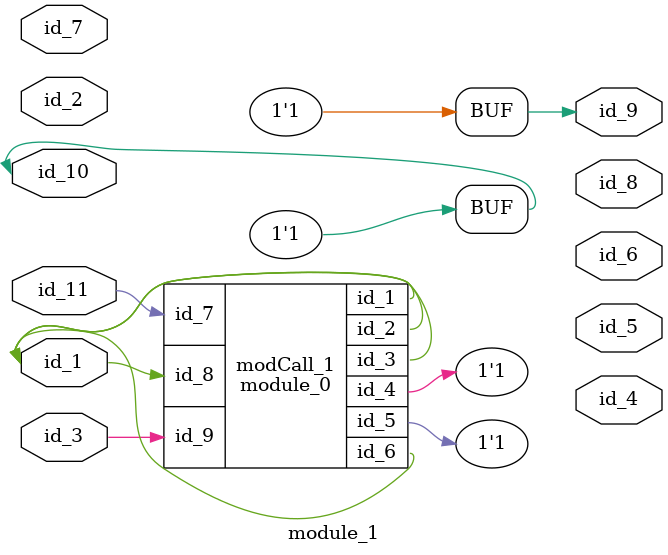
<source format=v>
module module_0 (
    id_1,
    id_2,
    id_3,
    id_4,
    id_5,
    id_6,
    id_7,
    id_8,
    id_9
);
  input wire id_9;
  input wire id_8;
  input wire id_7;
  inout wire id_6;
  output wire id_5;
  output wire id_4;
  inout wire id_3;
  inout wire id_2;
  output wire id_1;
  wire id_10, id_11;
endmodule
module module_1 (
    id_1,
    id_2,
    id_3,
    id_4,
    id_5,
    id_6,
    id_7,
    id_8,
    id_9,
    id_10,
    id_11
);
  inout wire id_11;
  inout wire id_10;
  output wire id_9;
  output wire id_8;
  input wire id_7;
  output wire id_6;
  output wire id_5;
  output wire id_4;
  input wire id_3;
  input wire id_2;
  inout wire id_1;
  assign id_9 = 1;
  initial begin : LABEL_0
    id_10 <= 1;
  end
  module_0 modCall_1 (
      id_1,
      id_1,
      id_1,
      id_9,
      id_9,
      id_1,
      id_11,
      id_1,
      id_3
  );
endmodule

</source>
